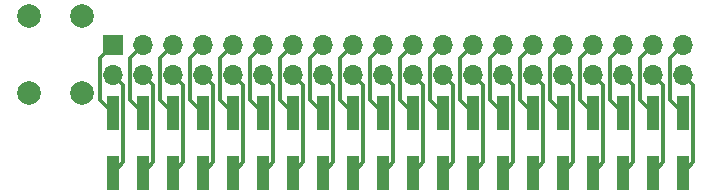
<source format=gbr>
%TF.GenerationSoftware,KiCad,Pcbnew,5.1.9*%
%TF.CreationDate,2021-02-16T04:37:06+02:00*%
%TF.ProjectId,PiCase40,50694361-7365-4343-902e-6b696361645f,rev?*%
%TF.SameCoordinates,Original*%
%TF.FileFunction,Copper,L1,Top*%
%TF.FilePolarity,Positive*%
%FSLAX46Y46*%
G04 Gerber Fmt 4.6, Leading zero omitted, Abs format (unit mm)*
G04 Created by KiCad (PCBNEW 5.1.9) date 2021-02-16 04:37:06*
%MOMM*%
%LPD*%
G01*
G04 APERTURE LIST*
%TA.AperFunction,SMDPad,CuDef*%
%ADD10R,1.000000X3.000000*%
%TD*%
%TA.AperFunction,ComponentPad*%
%ADD11R,1.700000X1.700000*%
%TD*%
%TA.AperFunction,ComponentPad*%
%ADD12O,1.700000X1.700000*%
%TD*%
%TA.AperFunction,ComponentPad*%
%ADD13C,2.000000*%
%TD*%
%TA.AperFunction,Conductor*%
%ADD14C,0.304800*%
%TD*%
G04 APERTURE END LIST*
D10*
%TO.P,J2,1*%
%TO.N,Net-(J2-Pad1)*%
X124892800Y-106545329D03*
%TO.P,J2,2*%
%TO.N,Net-(J2-Pad2)*%
X124892800Y-111585329D03*
%TO.P,J2,3*%
%TO.N,Net-(J2-Pad3)*%
X127432800Y-106545329D03*
%TO.P,J2,4*%
%TO.N,Net-(J2-Pad4)*%
X127432800Y-111585329D03*
%TO.P,J2,5*%
%TO.N,Net-(J2-Pad5)*%
X129972800Y-106545329D03*
%TO.P,J2,6*%
%TO.N,Net-(J2-Pad6)*%
X129972800Y-111585329D03*
%TO.P,J2,7*%
%TO.N,Net-(J2-Pad7)*%
X132512800Y-106545329D03*
%TO.P,J2,8*%
%TO.N,Net-(J2-Pad8)*%
X132512800Y-111585329D03*
%TO.P,J2,9*%
%TO.N,Net-(J2-Pad9)*%
X135052800Y-106545329D03*
%TO.P,J2,10*%
%TO.N,Net-(J2-Pad10)*%
X135052800Y-111585329D03*
%TO.P,J2,11*%
%TO.N,Net-(J2-Pad11)*%
X137592800Y-106545329D03*
%TO.P,J2,12*%
%TO.N,Net-(J2-Pad12)*%
X137592800Y-111585329D03*
%TO.P,J2,13*%
%TO.N,Net-(J2-Pad13)*%
X140132800Y-106545329D03*
%TO.P,J2,14*%
%TO.N,Net-(J2-Pad14)*%
X140132800Y-111585329D03*
%TO.P,J2,15*%
%TO.N,Net-(J2-Pad15)*%
X142672800Y-106545329D03*
%TO.P,J2,16*%
%TO.N,Net-(J2-Pad16)*%
X142672800Y-111585329D03*
%TO.P,J2,17*%
%TO.N,Net-(J2-Pad17)*%
X145212800Y-106545329D03*
%TO.P,J2,18*%
%TO.N,Net-(J2-Pad18)*%
X145212800Y-111585329D03*
%TO.P,J2,19*%
%TO.N,Net-(J2-Pad19)*%
X147752800Y-106545329D03*
%TO.P,J2,20*%
%TO.N,Net-(J2-Pad20)*%
X147752800Y-111585329D03*
%TO.P,J2,21*%
%TO.N,Net-(J2-Pad21)*%
X150292800Y-106545329D03*
%TO.P,J2,22*%
%TO.N,Net-(J2-Pad22)*%
X150292800Y-111585329D03*
%TO.P,J2,23*%
%TO.N,Net-(J2-Pad23)*%
X152832800Y-106545329D03*
%TO.P,J2,24*%
%TO.N,Net-(J2-Pad24)*%
X152832800Y-111585329D03*
%TO.P,J2,25*%
%TO.N,Net-(J2-Pad25)*%
X155372800Y-106545329D03*
%TO.P,J2,26*%
%TO.N,Net-(J2-Pad26)*%
X155372800Y-111585329D03*
%TO.P,J2,27*%
%TO.N,Net-(J2-Pad27)*%
X157912800Y-106545329D03*
%TO.P,J2,28*%
%TO.N,Net-(J2-Pad28)*%
X157912800Y-111585329D03*
%TO.P,J2,29*%
%TO.N,Net-(J2-Pad29)*%
X160452800Y-106545329D03*
%TO.P,J2,30*%
%TO.N,Net-(J2-Pad30)*%
X160452800Y-111585329D03*
%TO.P,J2,31*%
%TO.N,Net-(J2-Pad31)*%
X162992800Y-106545329D03*
%TO.P,J2,32*%
%TO.N,Net-(J2-Pad32)*%
X162992800Y-111585329D03*
%TO.P,J2,33*%
%TO.N,Net-(J2-Pad33)*%
X165532800Y-106545329D03*
%TO.P,J2,34*%
%TO.N,Net-(J2-Pad34)*%
X165532800Y-111585329D03*
%TO.P,J2,35*%
%TO.N,Net-(J2-Pad35)*%
X168072800Y-106545329D03*
%TO.P,J2,36*%
%TO.N,Net-(J2-Pad36)*%
X168072800Y-111585329D03*
%TO.P,J2,37*%
%TO.N,Net-(J2-Pad37)*%
X170612800Y-106545329D03*
%TO.P,J2,38*%
%TO.N,Net-(J2-Pad38)*%
X170612800Y-111585329D03*
%TO.P,J2,39*%
%TO.N,Net-(J2-Pad39)*%
X173152800Y-106545329D03*
%TO.P,J2,40*%
%TO.N,Net-(J2-Pad40)*%
X173152800Y-111585329D03*
%TD*%
D11*
%TO.P,J1,1*%
%TO.N,Net-(J1-Pad1)*%
X124922800Y-100765329D03*
D12*
%TO.P,J1,2*%
%TO.N,Net-(J1-Pad2)*%
X124922800Y-103305329D03*
%TO.P,J1,3*%
%TO.N,Net-(J1-Pad3)*%
X127462800Y-100765329D03*
%TO.P,J1,4*%
%TO.N,Net-(J1-Pad4)*%
X127462800Y-103305329D03*
%TO.P,J1,5*%
%TO.N,/5*%
X130002800Y-100765329D03*
%TO.P,J1,6*%
%TO.N,/6*%
X130002800Y-103305329D03*
%TO.P,J1,7*%
%TO.N,Net-(J1-Pad7)*%
X132542800Y-100765329D03*
%TO.P,J1,8*%
%TO.N,Net-(J1-Pad8)*%
X132542800Y-103305329D03*
%TO.P,J1,9*%
%TO.N,Net-(J1-Pad9)*%
X135082800Y-100765329D03*
%TO.P,J1,10*%
%TO.N,Net-(J1-Pad10)*%
X135082800Y-103305329D03*
%TO.P,J1,11*%
%TO.N,Net-(J1-Pad11)*%
X137622800Y-100765329D03*
%TO.P,J1,12*%
%TO.N,Net-(J1-Pad12)*%
X137622800Y-103305329D03*
%TO.P,J1,13*%
%TO.N,Net-(J1-Pad13)*%
X140162800Y-100765329D03*
%TO.P,J1,14*%
%TO.N,Net-(J1-Pad14)*%
X140162800Y-103305329D03*
%TO.P,J1,15*%
%TO.N,Net-(J1-Pad15)*%
X142702800Y-100765329D03*
%TO.P,J1,16*%
%TO.N,Net-(J1-Pad16)*%
X142702800Y-103305329D03*
%TO.P,J1,17*%
%TO.N,Net-(J1-Pad17)*%
X145242800Y-100765329D03*
%TO.P,J1,18*%
%TO.N,Net-(J1-Pad18)*%
X145242800Y-103305329D03*
%TO.P,J1,19*%
%TO.N,Net-(J1-Pad19)*%
X147782800Y-100765329D03*
%TO.P,J1,20*%
%TO.N,Net-(J1-Pad20)*%
X147782800Y-103305329D03*
%TO.P,J1,21*%
%TO.N,Net-(J1-Pad21)*%
X150322800Y-100765329D03*
%TO.P,J1,22*%
%TO.N,Net-(J1-Pad22)*%
X150322800Y-103305329D03*
%TO.P,J1,23*%
%TO.N,Net-(J1-Pad23)*%
X152862800Y-100765329D03*
%TO.P,J1,24*%
%TO.N,Net-(J1-Pad24)*%
X152862800Y-103305329D03*
%TO.P,J1,25*%
%TO.N,Net-(J1-Pad25)*%
X155402800Y-100765329D03*
%TO.P,J1,26*%
%TO.N,Net-(J1-Pad26)*%
X155402800Y-103305329D03*
%TO.P,J1,27*%
%TO.N,Net-(J1-Pad27)*%
X157942800Y-100765329D03*
%TO.P,J1,28*%
%TO.N,Net-(J1-Pad28)*%
X157942800Y-103305329D03*
%TO.P,J1,29*%
%TO.N,Net-(J1-Pad29)*%
X160482800Y-100765329D03*
%TO.P,J1,30*%
%TO.N,Net-(J1-Pad30)*%
X160482800Y-103305329D03*
%TO.P,J1,31*%
%TO.N,Net-(J1-Pad31)*%
X163022800Y-100765329D03*
%TO.P,J1,32*%
%TO.N,Net-(J1-Pad32)*%
X163022800Y-103305329D03*
%TO.P,J1,33*%
%TO.N,Net-(J1-Pad33)*%
X165562800Y-100765329D03*
%TO.P,J1,34*%
%TO.N,Net-(J1-Pad34)*%
X165562800Y-103305329D03*
%TO.P,J1,35*%
%TO.N,Net-(J1-Pad35)*%
X168102800Y-100765329D03*
%TO.P,J1,36*%
%TO.N,Net-(J1-Pad36)*%
X168102800Y-103305329D03*
%TO.P,J1,37*%
%TO.N,Net-(J1-Pad37)*%
X170642800Y-100765329D03*
%TO.P,J1,38*%
%TO.N,Net-(J1-Pad38)*%
X170642800Y-103305329D03*
%TO.P,J1,39*%
%TO.N,Net-(J1-Pad39)*%
X173182800Y-100765329D03*
%TO.P,J1,40*%
%TO.N,Net-(J1-Pad40)*%
X173182800Y-103305329D03*
%TD*%
D13*
%TO.P,SW1,2*%
%TO.N,Net-(SW1-Pad2)*%
X117772800Y-104815329D03*
%TO.P,SW1,3*%
%TO.N,/6*%
X122272800Y-104815329D03*
%TO.P,SW1,4*%
%TO.N,Net-(SW1-Pad4)*%
X117772800Y-98315329D03*
%TO.P,SW1,1*%
%TO.N,/5*%
X122272800Y-98315329D03*
%TD*%
D14*
%TO.N,Net-(J1-Pad40)*%
X174032799Y-110705330D02*
X173152800Y-111585329D01*
X174032799Y-104155328D02*
X174032799Y-110705330D01*
X173182800Y-103305329D02*
X174032799Y-104155328D01*
%TO.N,Net-(J1-Pad39)*%
X172053399Y-105445928D02*
X173152800Y-106545329D01*
X172053399Y-101894730D02*
X172053399Y-105445928D01*
X173182800Y-100765329D02*
X172053399Y-101894730D01*
%TO.N,Net-(J1-Pad38)*%
X171492799Y-110705330D02*
X170612800Y-111585329D01*
X171492799Y-104155328D02*
X171492799Y-110705330D01*
X170642800Y-103305329D02*
X171492799Y-104155328D01*
%TO.N,Net-(J1-Pad37)*%
X169513399Y-105445928D02*
X170612800Y-106545329D01*
X169513399Y-101894730D02*
X169513399Y-105445928D01*
X170642800Y-100765329D02*
X169513399Y-101894730D01*
%TO.N,Net-(J1-Pad36)*%
X168952799Y-110705330D02*
X168072800Y-111585329D01*
X168952799Y-104155328D02*
X168952799Y-110705330D01*
X168102800Y-103305329D02*
X168952799Y-104155328D01*
%TO.N,Net-(J1-Pad35)*%
X166973399Y-105445928D02*
X168072800Y-106545329D01*
X166973399Y-101894730D02*
X166973399Y-105445928D01*
X168102800Y-100765329D02*
X166973399Y-101894730D01*
%TO.N,Net-(J1-Pad34)*%
X166412799Y-104155328D02*
X166412799Y-110705330D01*
X166412799Y-110705330D02*
X165532800Y-111585329D01*
X165562800Y-103305329D02*
X166412799Y-104155328D01*
%TO.N,Net-(J1-Pad33)*%
X164433399Y-105445928D02*
X165532800Y-106545329D01*
X164433399Y-101894730D02*
X164433399Y-105445928D01*
X165562800Y-100765329D02*
X164433399Y-101894730D01*
%TO.N,Net-(J1-Pad32)*%
X163872799Y-110705330D02*
X162992800Y-111585329D01*
X163872799Y-104155328D02*
X163872799Y-110705330D01*
X163022800Y-103305329D02*
X163872799Y-104155328D01*
%TO.N,Net-(J1-Pad31)*%
X161893399Y-105445928D02*
X162992800Y-106545329D01*
X161893399Y-101894730D02*
X161893399Y-105445928D01*
X163022800Y-100765329D02*
X161893399Y-101894730D01*
%TO.N,Net-(J1-Pad30)*%
X161332799Y-110705330D02*
X160452800Y-111585329D01*
X161332799Y-104155328D02*
X161332799Y-110705330D01*
X160482800Y-103305329D02*
X161332799Y-104155328D01*
%TO.N,Net-(J1-Pad29)*%
X159353399Y-105445928D02*
X160452800Y-106545329D01*
X159353399Y-101894730D02*
X159353399Y-105445928D01*
X160482800Y-100765329D02*
X159353399Y-101894730D01*
%TO.N,Net-(J1-Pad28)*%
X158792799Y-110705330D02*
X157912800Y-111585329D01*
X158792799Y-104155328D02*
X158792799Y-110705330D01*
X157942800Y-103305329D02*
X158792799Y-104155328D01*
%TO.N,Net-(J1-Pad27)*%
X156813399Y-101894730D02*
X156813399Y-105445928D01*
X156813399Y-105445928D02*
X157912800Y-106545329D01*
X157942800Y-100765329D02*
X156813399Y-101894730D01*
%TO.N,Net-(J1-Pad26)*%
X156252799Y-110705330D02*
X155372800Y-111585329D01*
X156252799Y-104155328D02*
X156252799Y-110705330D01*
X155402800Y-103305329D02*
X156252799Y-104155328D01*
%TO.N,Net-(J1-Pad25)*%
X154273399Y-105445928D02*
X155372800Y-106545329D01*
X154273399Y-101894730D02*
X154273399Y-105445928D01*
X155402800Y-100765329D02*
X154273399Y-101894730D01*
%TO.N,Net-(J1-Pad24)*%
X153712799Y-110705330D02*
X152832800Y-111585329D01*
X153712799Y-104155328D02*
X153712799Y-110705330D01*
X152862800Y-103305329D02*
X153712799Y-104155328D01*
%TO.N,Net-(J1-Pad23)*%
X151733399Y-105445928D02*
X152832800Y-106545329D01*
X151733399Y-101894730D02*
X151733399Y-105445928D01*
X152862800Y-100765329D02*
X151733399Y-101894730D01*
%TO.N,Net-(J1-Pad22)*%
X151172799Y-110705330D02*
X150292800Y-111585329D01*
X151172799Y-104155328D02*
X151172799Y-110705330D01*
X150322800Y-103305329D02*
X151172799Y-104155328D01*
%TO.N,Net-(J1-Pad21)*%
X149193399Y-105445928D02*
X150292800Y-106545329D01*
X149193399Y-101894730D02*
X149193399Y-105445928D01*
X150322800Y-100765329D02*
X149193399Y-101894730D01*
%TO.N,Net-(J1-Pad20)*%
X148632799Y-110705330D02*
X147752800Y-111585329D01*
X148632799Y-104155328D02*
X148632799Y-110705330D01*
X147782800Y-103305329D02*
X148632799Y-104155328D01*
%TO.N,Net-(J1-Pad19)*%
X146653399Y-105445928D02*
X147752800Y-106545329D01*
X146653399Y-101894730D02*
X146653399Y-105445928D01*
X147782800Y-100765329D02*
X146653399Y-101894730D01*
%TO.N,Net-(J1-Pad18)*%
X146092799Y-110705330D02*
X145212800Y-111585329D01*
X146092799Y-104155328D02*
X146092799Y-110705330D01*
X145242800Y-103305329D02*
X146092799Y-104155328D01*
%TO.N,Net-(J1-Pad17)*%
X144113399Y-105445928D02*
X145212800Y-106545329D01*
X144113399Y-101894730D02*
X144113399Y-105445928D01*
X145242800Y-100765329D02*
X144113399Y-101894730D01*
%TO.N,Net-(J1-Pad16)*%
X143552799Y-110705330D02*
X142672800Y-111585329D01*
X143552799Y-104155328D02*
X143552799Y-110705330D01*
X142702800Y-103305329D02*
X143552799Y-104155328D01*
%TO.N,Net-(J1-Pad15)*%
X141573399Y-105445928D02*
X142672800Y-106545329D01*
X142702800Y-100765329D02*
X141573399Y-101894730D01*
X141573399Y-101894730D02*
X141573399Y-105445928D01*
%TO.N,Net-(J1-Pad14)*%
X141012799Y-110705330D02*
X140132800Y-111585329D01*
X141012799Y-104155328D02*
X141012799Y-110705330D01*
X140162800Y-103305329D02*
X141012799Y-104155328D01*
%TO.N,Net-(J1-Pad13)*%
X139033399Y-105445928D02*
X140132800Y-106545329D01*
X140162800Y-100765329D02*
X139033399Y-101894730D01*
X139033399Y-101894730D02*
X139033399Y-105445928D01*
%TO.N,Net-(J1-Pad12)*%
X138472799Y-110705330D02*
X137592800Y-111585329D01*
X138472799Y-104155328D02*
X138472799Y-110705330D01*
X137622800Y-103305329D02*
X138472799Y-104155328D01*
%TO.N,Net-(J1-Pad11)*%
X136493399Y-105445928D02*
X137592800Y-106545329D01*
X136493399Y-101894730D02*
X136493399Y-105445928D01*
X137622800Y-100765329D02*
X136493399Y-101894730D01*
%TO.N,Net-(J1-Pad10)*%
X135932799Y-110705330D02*
X135052800Y-111585329D01*
X135932799Y-104155328D02*
X135932799Y-110705330D01*
X135082800Y-103305329D02*
X135932799Y-104155328D01*
%TO.N,Net-(J1-Pad9)*%
X133953399Y-105445928D02*
X135052800Y-106545329D01*
X133953399Y-101894730D02*
X133953399Y-105445928D01*
X135082800Y-100765329D02*
X133953399Y-101894730D01*
%TO.N,Net-(J1-Pad8)*%
X133392799Y-110705330D02*
X132512800Y-111585329D01*
X133392799Y-104155328D02*
X133392799Y-110705330D01*
X132542800Y-103305329D02*
X133392799Y-104155328D01*
%TO.N,Net-(J1-Pad7)*%
X131413399Y-105445928D02*
X132512800Y-106545329D01*
X131413399Y-101894730D02*
X131413399Y-105445928D01*
X132542800Y-100765329D02*
X131413399Y-101894730D01*
%TO.N,/6*%
X130852799Y-110705330D02*
X129972800Y-111585329D01*
X130852799Y-104155328D02*
X130852799Y-110705330D01*
X130002800Y-103305329D02*
X130852799Y-104155328D01*
%TO.N,/5*%
X128873399Y-105445928D02*
X129972800Y-106545329D01*
X128873399Y-101894730D02*
X128873399Y-105445928D01*
X130002800Y-100765329D02*
X128873399Y-101894730D01*
%TO.N,Net-(J1-Pad4)*%
X128312799Y-110705330D02*
X127432800Y-111585329D01*
X128312799Y-104155328D02*
X128312799Y-110705330D01*
X127462800Y-103305329D02*
X128312799Y-104155328D01*
%TO.N,Net-(J1-Pad3)*%
X126333399Y-105445928D02*
X127432800Y-106545329D01*
X126333399Y-101894730D02*
X126333399Y-105445928D01*
X127462800Y-100765329D02*
X126333399Y-101894730D01*
%TO.N,Net-(J1-Pad2)*%
X125772799Y-110705330D02*
X124892800Y-111585329D01*
X125772799Y-104155328D02*
X125772799Y-110705330D01*
X124922800Y-103305329D02*
X125772799Y-104155328D01*
%TO.N,Net-(J1-Pad1)*%
X123793399Y-105445928D02*
X124892800Y-106545329D01*
X123793399Y-101894730D02*
X123793399Y-105445928D01*
X124922800Y-100765329D02*
X123793399Y-101894730D01*
%TD*%
M02*

</source>
